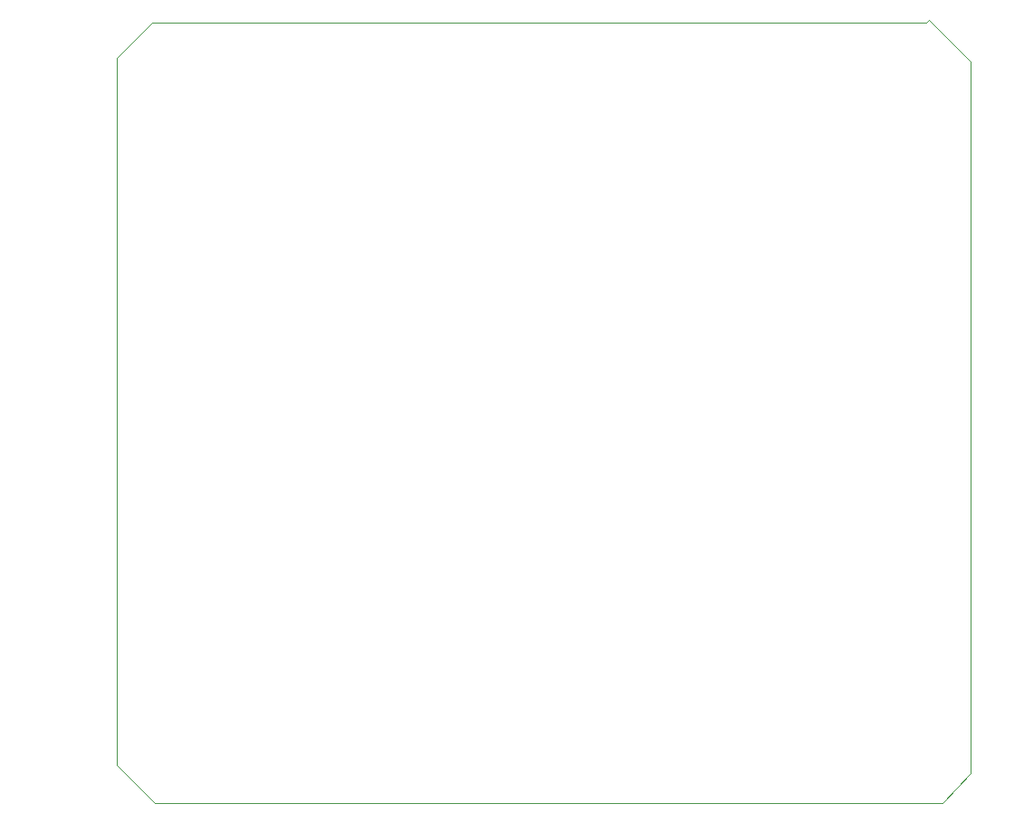
<source format=gbr>
%TF.GenerationSoftware,Altium Limited,Altium Designer,18.1.11 (251)*%
G04 Layer_Color=0*
%FSLAX45Y45*%
%MOMM*%
%TF.FileFunction,Profile,NP*%
%TF.Part,Single*%
G01*
G75*
%TA.AperFunction,Profile*%
%ADD66C,0.02540*%
G36*
X787400Y317500D02*
D01*
D02*
G37*
G36*
X-647700Y1790700D02*
D01*
D02*
G37*
G36*
X8470900Y12700D02*
D01*
D02*
G37*
G36*
X8166100D02*
D01*
D02*
G37*
D66*
X215900Y25400D02*
X571500Y-330200D01*
X7937500D01*
X8204200Y-50800D01*
Y-38100D01*
Y6604000D01*
X7810500Y6997700D01*
X7785100Y6972300D01*
X546100Y6972300D01*
X215900Y6642100D01*
X215900Y25400D01*
%TF.MD5,e0f3d398ce5c2d2a25051bbcc1de03ba*%
M02*

</source>
